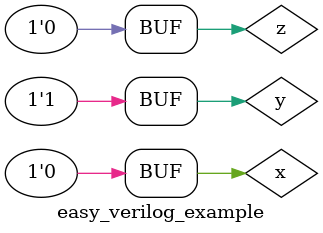
<source format=v>
module easy_verilog_example(

    );
	
	reg x = 1'b0; // 1bit variable with the value 0
	reg y = 1'b1; // 1bit variable with the value 1	
	reg z;        // used to store the result of operations between x and y

    // A procedure example
    always @(*) begin
        $display("x=%b, y=%b, z=%b", x,y,z);
	end
	
	// Another procedure example
	initial begin
        #2;         // wait 2 time units
        z = x ^ y;  // bit-wise XOR between the 1 bit variables x and y    
	    #10;        // wait 10 time units
        y = 0;      // change the value of y
        z = x | y;  // bit-wise OR between the 1 bit variables x and y   
        #10;        // wait 10 time units
        z = z & 1;  // bit-wise AND between the 1 bit variable z and 1
        #10;        // wait 10 time units
	end

endmodule
</source>
